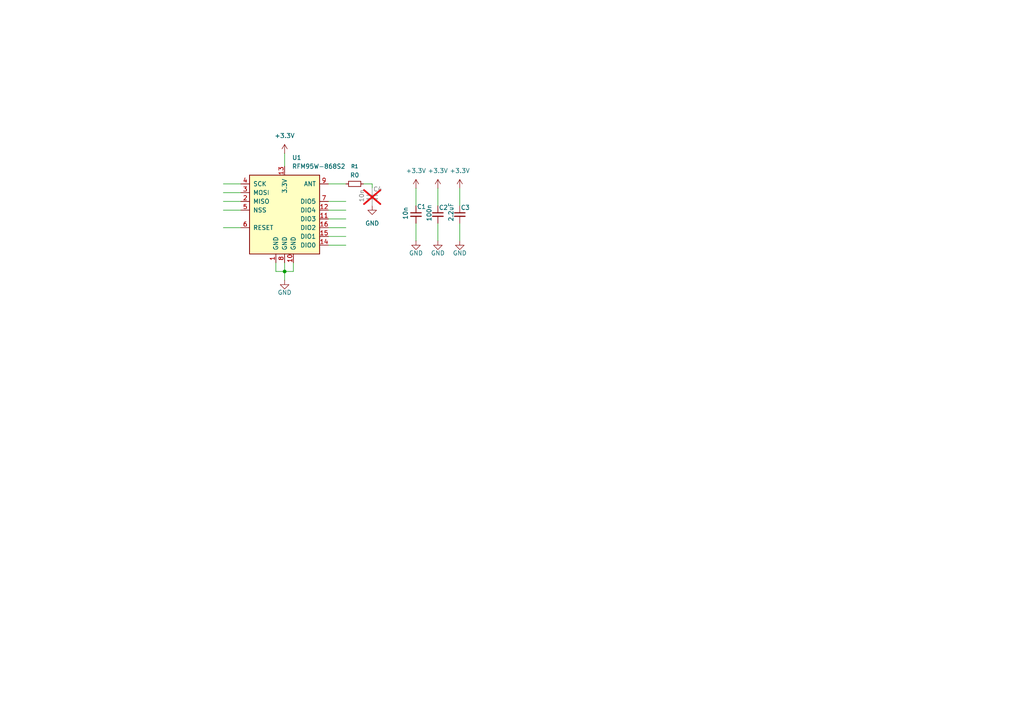
<source format=kicad_sch>
(kicad_sch (version 20250114) (generator "eeschema") (generator_version "9.0")
  (paper "A4")
  (lib_symbols
    (symbol "Device:C_Small" (pin_numbers (hide yes)) (pin_names (offset 0.254) (hide yes))
      (property "Reference" "C" (at 0.254 1.778 0))
      (property "Value" "C_Small" (at 0.254 -2.032 0))
      (symbol "C_Small_0_1"
        (polyline (pts (xy -1.524 0.508) (xy 1.524 0.508)) (stroke (width 0.3048)))
        (polyline (pts (xy -1.524 -0.508) (xy 1.524 -0.508)) (stroke (width 0.3302)))
      )
      (symbol "C_Small_1_1"
        (pin passive line (at 0 2.54 270) (length 2.032) (name "~") (number "1"))
        (pin passive line (at 0 -2.54 90) (length 2.032) (name "~") (number "2"))
      )
    )
    (symbol "Device:R_Small" (pin_numbers (hide yes)) (pin_names (offset 0.254) (hide yes))
      (property "Reference" "R" (at 0 0 90))
      (property "Value" "R_Small" (at 1.778 0 90))
      (symbol "R_Small_0_1"
        (rectangle (start -0.762 1.778) (end 0.762 -1.778) (stroke (width 0.2032)))
      )
      (symbol "R_Small_1_1"
        (pin passive line (at 0 2.54 270) (length 0.762) (name "~") (number "1"))
        (pin passive line (at 0 -2.54 90) (length 0.762) (name "~") (number "2"))
      )
    )
    (symbol "RF_Module:RFM95W-868S2" (pin_names (offset 1.016))
      (property "Reference" "U" (at -10.414 11.684 0))
      (property "Value" "RFM95W-868S2" (at 1.524 11.43 0))
      (symbol "RFM95W-868S2_0_1"
        (rectangle (start -10.16 10.16) (end 10.16 -12.7) (stroke (width 0.254)) (fill (type background)))
      )
      (symbol "RFM95W-868S2_1_1"
        (pin input line (at -12.7 7.62 0) (length 2.54) (name "SCK") (number "4"))
        (pin input line (at -12.7 5.08 0) (length 2.54) (name "MOSI") (number "3"))
        (pin output line (at -12.7 2.54 0) (length 2.54) (name "MISO") (number "2"))
        (pin input line (at -12.7 0 0) (length 2.54) (name "NSS") (number "5"))
        (pin bidirectional line (at -12.7 -5.08 0) (length 2.54) (name "RESET") (number "6"))
        (pin power_in line (at -2.54 -15.24 90) (length 2.54) (name "GND") (number "1"))
        (pin power_in line (at 0 12.7 270) (length 2.54) (name "3.3V") (number "13"))
        (pin power_in line (at 0 -15.24 90) (length 2.54) (name "GND") (number "8"))
        (pin power_in line (at 2.54 -15.24 90) (length 2.54) (name "GND") (number "10"))
        (pin bidirectional line (at 12.7 7.62 180) (length 2.54) (name "ANT") (number "9"))
        (pin bidirectional line (at 12.7 2.54 180) (length 2.54) (name "DIO5") (number "7"))
        (pin bidirectional line (at 12.7 0 180) (length 2.54) (name "DIO4") (number "12"))
        (pin bidirectional line (at 12.7 -2.54 180) (length 2.54) (name "DIO3") (number "11"))
        (pin bidirectional line (at 12.7 -5.08 180) (length 2.54) (name "DIO2") (number "16"))
        (pin bidirectional line (at 12.7 -7.62 180) (length 2.54) (name "DIO1") (number "15"))
        (pin bidirectional line (at 12.7 -10.16 180) (length 2.54) (name "DIO0") (number "14"))
      )
    )
    (symbol "power:+3.3V" (power) (pin_numbers (hide yes)) (pin_names (offset 0) (hide yes))
      (property "Value" "+3.3V" (at 0 3.556 0))
      (symbol "+3.3V_0_1"
        (polyline (pts (xy -0.762 1.27) (xy 0 2.54)))
        (polyline (pts (xy 0 2.54) (xy 0.762 1.27)))
        (polyline (pts (xy 0 0) (xy 0 2.54)))
      )
      (symbol "+3.3V_1_1"
        (pin power_in line (at 0 0 90) (length 0) (name "~") (number "1"))
      )
    )
    (symbol "power:GND" (power) (pin_numbers (hide yes)) (pin_names (offset 0) (hide yes))
      (property "Value" "GND" (at 0 -3.81 0))
      (symbol "GND_0_1"
        (polyline (pts (xy 0 0) (xy 0 -1.27) (xy 1.27 -1.27) (xy 0 -2.54) (xy -1.27 -1.27) (xy 0 -1.27)))
      )
      (symbol "GND_1_1"
        (pin power_in line (at 0 0 270) (length 0) (name "~") (number "1"))
      )
    )
  )
  (junction (at 82.55 78.74))
  (wire (pts (xy 80.01 76.2) (xy 80.01 78.74)))
  (wire (pts (xy 95.25 71.12) (xy 100.33 71.12)))
  (wire (pts (xy 95.25 60.96) (xy 100.33 60.96)))
  (wire (pts (xy 82.55 44.45) (xy 82.55 48.26)))
  (wire (pts (xy 95.25 68.58) (xy 100.33 68.58)))
  (wire (pts (xy 120.65 54.61) (xy 120.65 59.69)))
  (wire (pts (xy 127 54.61) (xy 127 59.69)))
  (wire (pts (xy 64.77 60.96) (xy 69.85 60.96)))
  (wire (pts (xy 64.77 58.42) (xy 69.85 58.42)))
  (wire (pts (xy 64.77 53.34) (xy 69.85 53.34)))
  (wire (pts (xy 85.09 78.74) (xy 82.55 78.74)))
  (wire (pts (xy 105.41 53.34) (xy 107.95 53.34)))
  (wire (pts (xy 95.25 66.04) (xy 100.33 66.04)))
  (wire (pts (xy 107.95 53.34) (xy 107.95 54.61)))
  (wire (pts (xy 82.55 78.74) (xy 82.55 81.28)))
  (wire (pts (xy 80.01 78.74) (xy 82.55 78.74)))
  (wire (pts (xy 133.35 54.61) (xy 133.35 59.69)))
  (wire (pts (xy 127 69.85) (xy 127 64.77)))
  (wire (pts (xy 64.77 55.88) (xy 69.85 55.88)))
  (wire (pts (xy 95.25 63.5) (xy 100.33 63.5)))
  (wire (pts (xy 69.85 66.04) (xy 64.77 66.04)))
  (wire (pts (xy 85.09 76.2) (xy 85.09 78.74)))
  (wire (pts (xy 95.25 58.42) (xy 100.33 58.42)))
  (wire (pts (xy 133.35 69.85) (xy 133.35 64.77)))
  (wire (pts (xy 82.55 76.2) (xy 82.55 78.74)))
  (wire (pts (xy 95.25 53.34) (xy 100.33 53.34)))
  (wire (pts (xy 120.65 69.85) (xy 120.65 64.77)))
  (symbol (lib_id "power:+3.3V") (at 127 54.61 0) (unit 1)
    (property "Reference" "#PWR05" (effects (hide yes)))
    (property "Value" "+3.3V" (at 127 49.53 0))
    (property "Description" "Power symbol creates a global label with name \"+3.3V\"" (effects (hide yes)))
  )
  (symbol (lib_id "Device:C_Small") (at 120.65 62.23 0) (unit 1)
    (property "Reference" "C1" (at 120.904 59.944 0) (effects (justify left)))
    (property "Value" "10n" (at 117.602 63.754 90) (effects (justify left)))
    (property "Footprint" "Capacitor_SMD:C_0603_1608Metric" (effects (hide yes)))
    (property "Description" "Unpolarized capacitor, small symbol" (effects (hide yes)))
  )
  (symbol (lib_id "power:GND") (at 127 69.85 0) (unit 1)
    (property "Reference" "#PWR02" (effects (hide yes)))
    (property "Value" "GND" (at 127 73.406 0))
    (property "Description" "Power symbol creates a global label with name \"GND\" , ground" (effects (hide yes)))
  )
  (symbol (lib_id "power:GND") (at 133.35 69.85 0) (unit 1)
    (property "Reference" "#PWR07" (effects (hide yes)))
    (property "Value" "GND" (at 133.35 73.406 0))
    (property "Description" "Power symbol creates a global label with name \"GND\" , ground" (effects (hide yes)))
  )
  (symbol (lib_id "power:GND") (at 82.55 81.28 0) (unit 1)
    (property "Reference" "#PWR08" (effects (hide yes)))
    (property "Value" "GND" (at 82.55 84.836 0))
    (property "Description" "Power symbol creates a global label with name \"GND\" , ground" (effects (hide yes)))
  )
  (symbol (lib_id "power:+3.3V") (at 82.55 44.45 0) (unit 1)
    (property "Reference" "#PWR03" (effects (hide yes)))
    (property "Value" "+3.3V" (at 82.55 39.37 0))
    (property "Description" "Power symbol creates a global label with name \"+3.3V\"" (effects (hide yes)))
  )
  (symbol (lib_id "Device:C_Small") (at 133.35 62.23 0) (unit 1)
    (property "Reference" "C3" (at 133.604 60.198 0) (effects (justify left)))
    (property "Value" "2.2uF" (at 130.81 64.262 90) (effects (justify left)))
    (property "Footprint" "Capacitor_SMD:C_0603_1608Metric" (effects (hide yes)))
    (property "Description" "Unpolarized capacitor, small symbol" (effects (hide yes)))
  )
  (symbol (lib_id "Device:R_Small") (at 102.87 53.34 270) (unit 1)
    (property "Reference" "R1" (at 102.87 48.26 90) (effects (font (size 1.016 1.016))))
    (property "Value" "R0" (at 102.87 50.8 90))
    (property "Footprint" "Resistor_SMD:R_0603_1608Metric" (effects (hide yes)))
    (property "Description" "Resistor, small symbol" (effects (hide yes)))
  )
  (symbol (lib_id "RF_Module:RFM95W-868S2") (at 82.55 60.96 0) (unit 1)
    (property "Reference" "U1" (at 84.6933 45.72 0) (effects (justify left)))
    (property "Value" "RFM95W-868S2" (at 84.6933 48.26 0) (effects (justify left)))
    (property "Footprint" "RF_Module:HOPERF_RFM9XW_SMD" (effects (hide yes)))
    (property "Datasheet" "https://www.hoperf.com/data/upload/portal/20181127/5bfcbea20e9ef.pdf" (effects (hide yes)))
    (property "Description" "Low power long range transceiver module, SPI and parallel interface, 868 MHz, spreading factor 6 to12, bandwidth 7.8 to 500kHz, -111 to -148 dBm, SMD-16, DIP-16" (effects (hide yes)))
  )
  (symbol (lib_id "power:GND") (at 120.65 69.85 0) (unit 1)
    (property "Reference" "#PWR01" (effects (hide yes)))
    (property "Value" "GND" (at 120.65 73.406 0))
    (property "Description" "Power symbol creates a global label with name \"GND\" , ground" (effects (hide yes)))
  )
  (symbol (lib_id "Device:C_Small") (at 127 62.23 0) (unit 1)
    (property "Reference" "C2" (at 127.254 60.198 0) (effects (justify left)))
    (property "Value" "100n" (at 124.46 64.262 90) (effects (justify left)))
    (property "Footprint" "Capacitor_SMD:C_0603_1608Metric" (effects (hide yes)))
    (property "Description" "Unpolarized capacitor, small symbol" (effects (hide yes)))
  )
  (symbol (lib_id "power:+3.3V") (at 133.35 54.61 0) (unit 1)
    (property "Reference" "#PWR06" (effects (hide yes)))
    (property "Value" "+3.3V" (at 133.35 49.53 0))
    (property "Description" "Power symbol creates a global label with name \"+3.3V\"" (effects (hide yes)))
  )
  (symbol (lib_id "Device:C_Small") (at 107.95 57.15 0) (unit 1) (dnp yes)
    (property "Reference" "C4" (at 108.204 54.864 0) (effects (justify left)))
    (property "Value" "10n" (at 104.902 58.674 90) (effects (justify left)))
    (property "Footprint" "Capacitor_SMD:C_0603_1608Metric" (effects (hide yes)))
    (property "Description" "Unpolarized capacitor, small symbol" (effects (hide yes)))
  )
  (symbol (lib_id "power:+3.3V") (at 120.65 54.61 0) (unit 1)
    (property "Reference" "#PWR04" (effects (hide yes)))
    (property "Value" "+3.3V" (at 120.65 49.53 0))
    (property "Description" "Power symbol creates a global label with name \"+3.3V\"" (effects (hide yes)))
  )
  (symbol (lib_id "power:GND") (at 107.95 59.69 0) (unit 1)
    (property "Reference" "#PWR09" (effects (hide yes)))
    (property "Value" "GND" (at 107.95 64.77 0))
    (property "Description" "Power symbol creates a global label with name \"GND\" , ground" (effects (hide yes)))
  )
)
</source>
